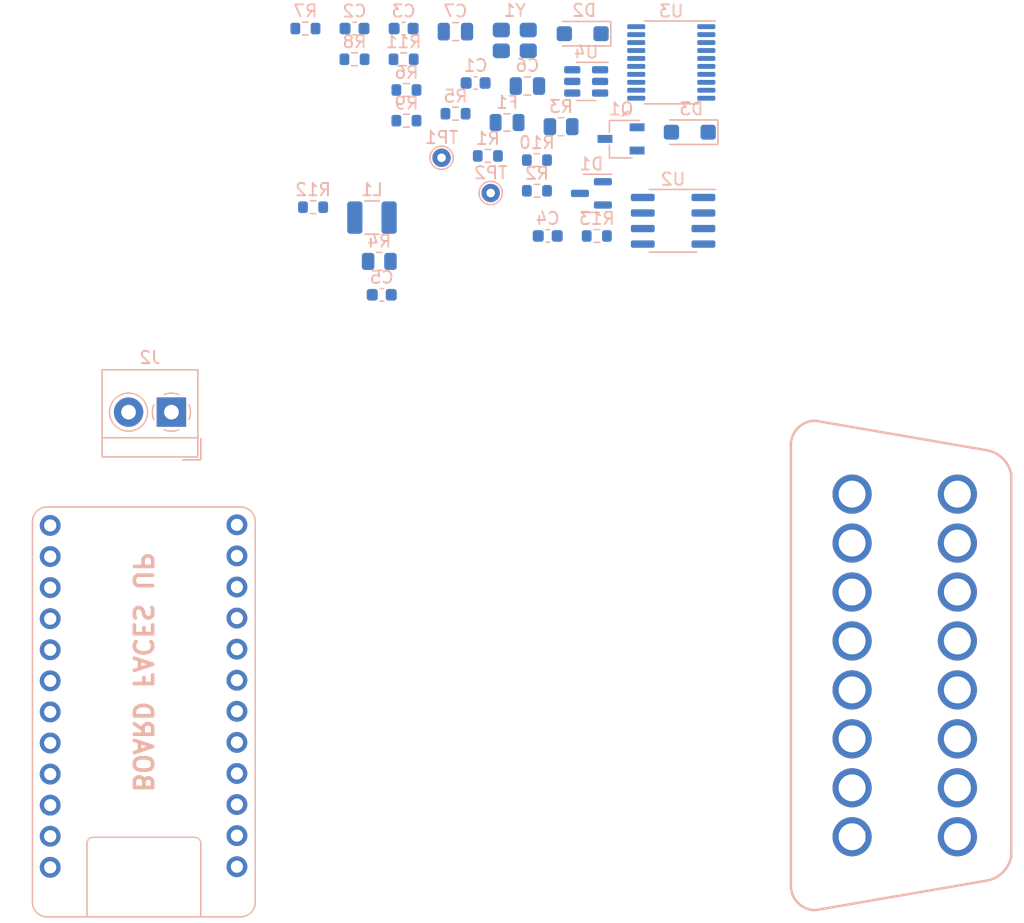
<source format=kicad_pcb>
(kicad_pcb (version 20210925) (generator pcbnew)
  (title_block (title "OBD to AHU") (date "2021-10-15") (rev "0.1") (company "Josh Johnson"))
  (layers (0 "F.Cu" signal) (31 "B.Cu" signal) (34 "B.Paste" user) (35 "F.Paste" user) (36 "B.SilkS" user "B.Silkscreen") (37 "F.SilkS" user "F.Silkscreen") (38 "B.Mask" user) (39 "F.Mask" user) (44 "Edge.Cuts" user))
  (net 0 "")
  (net 1 "+5V")
  (net 2 "GND")
  (net 3 "Net-(C3-Pad1)")
  (net 4 "Net-(C4-Pad1)")
  (net 5 "Net-(C5-Pad1)")
  (net 6 "Net-(C5-Pad2)")
  (net 7 "+12V")
  (net 8 "/CAN_H")
  (net 9 "/CAN_L")
  (net 10 "Net-(D2-Pad2)")
  (net 11 "Net-(F1-Pad1)")
  (net 12 "/LS+")
  (net 14 "/MS+")
  (net 15 "Net-(J1-Pad4)")
  (net 16 "Net-(J1-Pad5)")
  (net 17 "/HS+")
  (net 22 "/MS-")
  (net 25 "/HS-")
  (net 27 "/REMOTE")
  (net 28 "Net-(Q1-Pad3)")
  (net 29 "Net-(R8-Pad1)")
  (net 30 "Net-(R10-Pad2)")
  (net 31 "Net-(R11-Pad2)")
  (net 35 "/CAN_~{INT}")
  (net 41 "/CAN_MOSI")
  (net 46 "/CAN_~{CS}")
  (net 47 "/CAN_MISO")
  (net 48 "/CAN_SCK")
  (net 50 "/CAN_~{RST}")
  (net 51 "Net-(U2-Pad1)")
  (net 52 "Net-(U2-Pad4)")
  (net 62 "Net-(R10-Pad1)")
  (net 63 "/AHU")
  (footprint "Resistor_SMD:R_0603_1608Metric" (layer "B.Cu") (at 59.971428 75.85 180)
    (fp_text reference "R12" (at 0 1.43) (layer "B.SilkS") (effects (justify mirror)))
    (fp_text value "1K")
    (fp_line (start -0.237258 -0.5225) (end 0.237258 -0.5225) (layer "B.SilkS") (width 0.12))
    (fp_line (start -0.237258 0.5225) (end 0.237258 0.5225) (layer "B.SilkS") (width 0.12))
    (pad "1" smd roundrect locked (at -0.825 0 180) (size 0.8 0.95) (layers "B.Cu" "B.Paste" "B.Mask") (net 63 "/AHU"))
    (pad "2" smd roundrect locked (at 0.825 0 180) (size 0.8 0.95) (layers "B.Cu" "B.Paste" "B.Mask") (net 28 "Net-(Q1-Pad3)"))
  )
  (footprint "Capacitor_SMD:C_0603_1608Metric" (layer "B.Cu") (at 65.581428 83.01 180)
    (fp_text reference "C5" (at 0 1.43) (layer "B.SilkS") (effects (justify mirror)))
    (fp_text value "100n")
    (fp_line (start -0.14058 0.51) (end 0.14058 0.51) (layer "B.SilkS") (width 0.12))
    (fp_line (start -0.14058 -0.51) (end 0.14058 -0.51) (layer "B.SilkS") (width 0.12))
    (pad "1" smd roundrect locked (at -0.775 0 180) (size 0.9 0.95) (layers "B.Cu" "B.Paste" "B.Mask") (net 5 "Net-(C5-Pad1)"))
    (pad "2" smd roundrect locked (at 0.775 0 180) (size 0.9 0.95) (layers "B.Cu" "B.Paste" "B.Mask") (net 6 "Net-(C5-Pad2)"))
  )
  (footprint "TestPoint:TestPoint_THTPad_D1.5mm_Drill0.7mm" (layer "B.Cu") (at 70.467618 71.81 180)
    (fp_text reference "TP1" (at 0 1.648) (layer "B.SilkS") (effects (justify mirror)))
    (fp_text value "CAN_H")
    (fp_circle (center 0 0) (end 0 -0.95) (layer "B.SilkS") (width 0.12) (fill none))
    (pad "1" thru_hole circle locked (at 0 0 180) (size 1.5 1.5) (drill 0.7) (layers *.Cu *.Mask) (net 8 "/CAN_H"))
  )
  (footprint "Capacitor_SMD:C_0603_1608Metric" (layer "B.Cu") (at 63.357618 61.25 180)
    (fp_text reference "C2" (at 0 1.43) (layer "B.SilkS") (effects (justify mirror)))
    (fp_text value "100n")
    (fp_line (start -0.14058 -0.51) (end 0.14058 -0.51) (layer "B.SilkS") (width 0.12))
    (fp_line (start -0.14058 0.51) (end 0.14058 0.51) (layer "B.SilkS") (width 0.12))
    (pad "1" smd roundrect locked (at -0.775 0 180) (size 0.9 0.95) (layers "B.Cu" "B.Paste" "B.Mask") (net 1 "+5V"))
    (pad "2" smd roundrect locked (at 0.775 0 180) (size 0.9 0.95) (layers "B.Cu" "B.Paste" "B.Mask") (net 2 "GND"))
  )
  (footprint "Resistor_SMD:R_0603_1608Metric" (layer "B.Cu") (at 59.347618 61.25 180)
    (fp_text reference "R7" (at 0 1.43) (layer "B.SilkS") (effects (justify mirror)))
    (fp_text value "0R")
    (fp_line (start -0.237258 -0.5225) (end 0.237258 -0.5225) (layer "B.SilkS") (width 0.12))
    (fp_line (start -0.237258 0.5225) (end 0.237258 0.5225) (layer "B.SilkS") (width 0.12))
    (pad "1" smd roundrect locked (at -0.825 0 180) (size 0.8 0.95) (layers "B.Cu" "B.Paste" "B.Mask") (net 22 "/MS-"))
    (pad "2" smd roundrect locked (at 0.825 0 180) (size 0.8 0.95) (layers "B.Cu" "B.Paste" "B.Mask") (net 9 "/CAN_L"))
  )
  (footprint "josh-oscillators:Crystal_SMD_3225-4Pin_3.2x2.5mm" (layer "B.Cu") (at 76.447618 62.22 180)
    (fp_text reference "Y1" (at 0 2.45) (layer "B.SilkS") (effects (justify mirror)))
    (fp_text value "16MHz")
    (pad "1" smd roundrect locked (at -1.1 -0.85 180) (size 1.4 1.2) (layers "B.Cu" "B.Paste" "B.Mask") (net 3 "Net-(C3-Pad1)"))
    (pad "2" smd roundrect locked (at 1.1 -0.85 180) (size 1.4 1.2) (layers "B.Cu" "B.Paste" "B.Mask") (net 2 "GND"))
    (pad "3" smd roundrect locked (at 1.1 0.85 180) (size 1.4 1.2) (layers "B.Cu" "B.Paste" "B.Mask") (net 4 "Net-(C4-Pad1)"))
    (pad "4" smd roundrect locked (at -1.1 0.85 180) (size 1.4 1.2) (layers "B.Cu" "B.Paste" "B.Mask") (net 2 "GND"))
  )
  (footprint "Resistor_SMD:R_0603_1608Metric" (layer "B.Cu") (at 71.607618 68.21 180)
    (fp_text reference "R5" (at 0 1.43) (layer "B.SilkS") (effects (justify mirror)))
    (fp_text value "0R")
    (fp_line (start -0.237258 -0.5225) (end 0.237258 -0.5225) (layer "B.SilkS") (width 0.12))
    (fp_line (start -0.237258 0.5225) (end 0.237258 0.5225) (layer "B.SilkS") (width 0.12))
    (pad "1" smd roundrect locked (at -0.825 0 180) (size 0.8 0.95) (layers "B.Cu" "B.Paste" "B.Mask") (net 2 "GND"))
    (pad "2" smd roundrect locked (at 0.825 0 180) (size 0.8 0.95) (layers "B.Cu" "B.Paste" "B.Mask") (net 9 "/CAN_L"))
  )
  (footprint "Resistor_SMD:R_0603_1608Metric" (layer "B.Cu") (at 67.597618 66.27 180)
    (fp_text reference "R6" (at 0 1.43) (layer "B.SilkS") (effects (justify mirror)))
    (fp_text value "0R")
    (fp_line (start -0.237258 0.5225) (end 0.237258 0.5225) (layer "B.SilkS") (width 0.12))
    (fp_line (start -0.237258 -0.5225) (end 0.237258 -0.5225) (layer "B.SilkS") (width 0.12))
    (pad "1" smd roundrect locked (at -0.825 0 180) (size 0.8 0.95) (layers "B.Cu" "B.Paste" "B.Mask") (net 17 "/HS+"))
    (pad "2" smd roundrect locked (at 0.825 0 180) (size 0.8 0.95) (layers "B.Cu" "B.Paste" "B.Mask") (net 8 "/CAN_H"))
  )
  (footprint "Resistor_SMD:R_0805_2012Metric" (layer "B.Cu") (at 65.381428 80.28 180)
    (fp_text reference "R4" (at 0 1.65) (layer "B.SilkS") (effects (justify mirror)))
    (fp_text value "0R")
    (fp_line (start -0.227064 -0.735) (end 0.227064 -0.735) (layer "B.SilkS") (width 0.12))
    (fp_line (start -0.227064 0.735) (end 0.227064 0.735) (layer "B.SilkS") (width 0.12))
    (pad "1" smd roundrect locked (at -0.9125 0 180) (size 1.025 1.4) (layers "B.Cu" "B.Paste" "B.Mask") (roundrect_rratio 0.243902) (net 16 "Net-(J1-Pad5)"))
    (pad "2" smd roundrect locked (at 0.9125 0 180) (size 1.025 1.4) (layers "B.Cu" "B.Paste" "B.Mask") (roundrect_rratio 0.243902) (net 2 "GND"))
  )
  (footprint "josh-passives-smt:Fuse_0805_2012Metric" (layer "B.Cu") (at 75.817618 68.93 180)
    (fp_text reference "F1" (at 0 1.65) (layer "B.SilkS") (effects (justify mirror)))
    (fp_text value "500mA")
    (fp_line (start -0.258578 -0.71) (end 0.258578 -0.71) (layer "B.SilkS") (width 0.12))
    (fp_line (start -0.258578 0.71) (end 0.258578 0.71) (layer "B.SilkS") (width 0.12))
    (pad "1" smd roundrect (at -0.9375 0 180) (size 0.975 1.4) (layers "B.Cu" "B.Paste" "B.Mask") (net 11 "Net-(F1-Pad1)"))
    (pad "2" smd roundrect (at 0.9375 0 180) (size 0.975 1.4) (layers "B.Cu" "B.Paste" "B.Mask") (net 10 "Net-(D2-Pad2)"))
  )
  (footprint "Inductor_SMD:L_1210_3225Metric" (layer "B.Cu") (at 64.781428 76.7 180)
    (fp_text reference "L1" (at 0 2.28) (layer "B.SilkS") (effects (justify mirror)))
    (fp_text value "10u")
    (fp_line (start -0.602064 -1.36) (end 0.602064 -1.36) (layer "B.SilkS") (width 0.12))
    (fp_line (start -0.602064 1.36) (end 0.602064 1.36) (layer "B.SilkS") (width 0.12))
    (pad "1" smd roundrect locked (at -1.4 0 180) (size 1.25 2.65) (layers "B.Cu" "B.Paste" "B.Mask") (roundrect_rratio 0.2) (net 6 "Net-(C5-Pad2)"))
    (pad "2" smd roundrect locked (at 1.4 0 180) (size 1.25 2.65) (layers "B.Cu" "B.Paste" "B.Mask") (roundrect_rratio 0.2) (net 1 "+5V"))
  )
  (footprint "Resistor_SMD:R_0805_2012Metric" (layer "B.Cu") (at 80.227618 69.27 180)
    (fp_text reference "R3" (at 0 1.65) (layer "B.SilkS") (effects (justify mirror)))
    (fp_text value "0R")
    (fp_line (start -0.227064 0.735) (end 0.227064 0.735) (layer "B.SilkS") (width 0.12))
    (fp_line (start -0.227064 -0.735) (end 0.227064 -0.735) (layer "B.SilkS") (width 0.12))
    (pad "1" smd roundrect locked (at -0.9125 0 180) (size 1.025 1.4) (layers "B.Cu" "B.Paste" "B.Mask") (roundrect_rratio 0.243902) (net 15 "Net-(J1-Pad4)"))
    (pad "2" smd roundrect locked (at 0.9125 0 180) (size 1.025 1.4) (layers "B.Cu" "B.Paste" "B.Mask") (roundrect_rratio 0.243902) (net 2 "GND"))
  )
  (footprint "Resistor_SMD:R_0603_1608Metric" (layer "B.Cu") (at 67.367618 63.76 180)
    (fp_text reference "R11" (at 0 1.43) (layer "B.SilkS") (effects (justify mirror)))
    (fp_text value "54k9")
    (fp_line (start -0.237258 0.5225) (end 0.237258 0.5225) (layer "B.SilkS") (width 0.12))
    (fp_line (start -0.237258 -0.5225) (end 0.237258 -0.5225) (layer "B.SilkS") (width 0.12))
    (pad "1" smd roundrect locked (at -0.825 0 180) (size 0.8 0.95) (layers "B.Cu" "B.Paste" "B.Mask") (net 1 "+5V"))
    (pad "2" smd roundrect locked (at 0.825 0 180) (size 0.8 0.95) (layers "B.Cu" "B.Paste" "B.Mask") (net 31 "Net-(R11-Pad2)"))
  )
  (footprint "Capacitor_SMD:C_0805_2012Metric" (layer "B.Cu") (at 77.477618 65.95 180)
    (fp_text reference "C6" (at 0 1.68) (layer "B.SilkS") (effects (justify mirror)))
    (fp_text value "2u2")
    (fp_line (start -0.261252 -0.735) (end 0.261252 -0.735) (layer "B.SilkS") (width 0.12))
    (fp_line (start -0.261252 0.735) (end 0.261252 0.735) (layer "B.SilkS") (width 0.12))
    (pad "1" smd roundrect locked (at -0.95 0 180) (size 1 1.45) (layers "B.Cu" "B.Paste" "B.Mask") (net 7 "+12V"))
    (pad "2" smd roundrect locked (at 0.95 0 180) (size 1 1.45) (layers "B.Cu" "B.Paste" "B.Mask") (net 2 "GND"))
  )
  (footprint "Package_SO:SOIC-8_3.9x4.9mm_P1.27mm" (layer "B.Cu") (at 89.377618 76.96 180)
    (fp_text reference "U2" (at 0 3.4) (layer "B.SilkS") (effects (justify mirror)))
    (fp_text value "MCP2551-I-SN")
    (fp_line (start 0 -2.56) (end -1.95 -2.56) (layer "B.SilkS") (width 0.12))
    (fp_line (start 0 -2.56) (end 1.95 -2.56) (layer "B.SilkS") (width 0.12))
    (fp_line (start 0 2.56) (end -3.45 2.56) (layer "B.SilkS") (width 0.12))
    (fp_line (start 0 2.56) (end 1.95 2.56) (layer "B.SilkS") (width 0.12))
    (pad "1" smd roundrect locked (at -2.475 1.905 180) (size 1.95 0.6) (layers "B.Cu" "B.Paste" "B.Mask") (net 51 "Net-(U2-Pad1)"))
    (pad "2" smd roundrect locked (at -2.475 0.635 180) (size 1.95 0.6) (layers "B.Cu" "B.Paste" "B.Mask") (net 2 "GND"))
    (pad "3" smd roundrect locked (at -2.475 -0.635 180) (size 1.95 0.6) (layers "B.Cu" "B.Paste" "B.Mask") (net 1 "+5V"))
    (pad "4" smd roundrect locked (at -2.475 -1.905 180) (size 1.95 0.6) (layers "B.Cu" "B.Paste" "B.Mask") (net 52 "Net-(U2-Pad4)"))
    (pad "5" smd roundrect locked (at 2.475 -1.905 180) (size 1.95 0.6) (layers "B.Cu" "B.Paste" "B.Mask"))
    (pad "6" smd roundrect locked (at 2.475 -0.635 180) (size 1.95 0.6) (layers "B.Cu" "B.Paste" "B.Mask") (net 9 "/CAN_L"))
    (pad "7" smd roundrect locked (at 2.475 0.635 180) (size 1.95 0.6) (layers "B.Cu" "B.Paste" "B.Mask") (net 8 "/CAN_H"))
    (pad "8" smd roundrect locked (at 2.475 1.905 180) (size 1.95 0.6) (layers "B.Cu" "B.Paste" "B.Mask") (net 29 "Net-(R8-Pad1)"))
  )
  (footprint "Package_TO_SOT_SMD:SOT-23" (layer "B.Cu") (at 82.707618 74.72 180)
    (fp_text reference "D1" (at 0 2.4) (layer "B.SilkS") (effects (justify mirror)))
    (fp_text value "ESDCAN24")
    (fp_line (start 0 -1.56) (end -0.65 -1.56) (layer "B.SilkS") (width 0.12))
    (fp_line (start 0 -1.56) (end 0.65 -1.56) (layer "B.SilkS") (width 0.12))
    (fp_line (start 0 1.56) (end 0.65 1.56) (layer "B.SilkS") (width 0.12))
    (fp_line (start 0 1.56) (end -1.675 1.56) (layer "B.SilkS") (width 0.12))
    (pad "1" smd roundrect locked (at -0.9375 0.95 180) (size 1.475 0.6) (layers "B.Cu" "B.Paste" "B.Mask") (net 8 "/CAN_H"))
    (pad "2" smd roundrect locked (at -0.9375 -0.95 180) (size 1.475 0.6) (layers "B.Cu" "B.Paste" "B.Mask") (net 9 "/CAN_L"))
    (pad "3" smd roundrect locked (at 0.9375 0 180) (size 1.475 0.6) (layers "B.Cu" "B.Paste" "B.Mask") (net 2 "GND"))
  )
  (footprint "Capacitor_SMD:C_0603_1608Metric" (layer "B.Cu") (at 73.247618 65.7 180)
    (fp_text reference "C1" (at 0 1.43) (layer "B.SilkS") (effects (justify mirror)))
    (fp_text value "100n")
    (fp_line (start -0.14058 -0.51) (end 0.14058 -0.51) (layer "B.SilkS") (width 0.12))
    (fp_line (start -0.14058 0.51) (end 0.14058 0.51) (layer "B.SilkS") (width 0.12))
    (pad "1" smd roundrect locked (at -0.775 0 180) (size 0.9 0.95) (layers "B.Cu" "B.Paste" "B.Mask") (net 1 "+5V"))
    (pad "2" smd roundrect locked (at 0.775 0 180) (size 0.9 0.95) (layers "B.Cu" "B.Paste" "B.Mask") (net 2 "GND"))
  )
  (footprint "TerminalBlock_4Ucon:TerminalBlock_4Ucon_1x02_P3.50mm_Horizontal" (layer "B.Cu") (at 48.4 92.6 180)
    (fp_text reference "J2" (at 1.75 4.46) (layer "B.SilkS") (effects (justify mirror)))
    (fp_text value "ACC/REMOTE")
    (fp_line (start 5.66 3.46) (end 5.66 -3.66) (layer "B.SilkS") (width 0.12))
    (fp_line (start -2.16 -3.66) (end 5.66 -3.66) (layer "B.SilkS") (width 0.12))
    (fp_line (start -2.16 3.46) (end 5.66 3.46) (layer "B.SilkS") (width 0.12))
    (fp_line (start -2.16 3.46) (end -2.16 -3.66) (layer "B.SilkS") (width 0.12))
    (fp_line (start -2.4 -2.16) (end -2.4 -3.9) (layer "B.SilkS") (width 0.12))
    (fp_line (start -2.4 -3.9) (end -0.9 -3.9) (layer "B.SilkS") (width 0.12))
    (fp_line (start -2.16 -2.1) (end 5.66 -2.1) (layer "B.SilkS") (width 0.12))
    (fp_arc (start 0 0) (end 0.608 1.432) (angle 46) (layer "B.SilkS") (width 0.12))
    (fp_arc (start 0 0) (end 0 -1.555) (angle 23) (layer "B.SilkS") (width 0.12))
    (fp_arc (start 0 0) (end 1.432 -0.608) (angle 46) (layer "B.SilkS") (width 0.12))
    (fp_arc (start 0 0) (end -0.608 -1.432) (angle 24) (layer "B.SilkS") (width 0.12))
    (fp_arc (start 0 0) (end -1.432 0.608) (angle 46) (layer "B.SilkS") (width 0.12))
    (fp_circle (center 3.5 0) (end 5.055 0) (layer "B.SilkS") (width 0.12) (fill none))
    (pad "1" thru_hole rect locked (at 0 0 180) (size 2.4 2.4) (drill 1.2) (layers *.Cu *.Mask) (net 62 "Net-(R10-Pad1)"))
    (pad "2" thru_hole circle locked (at 3.5 0 180) (size 2.4 2.4) (drill 1.2) (layers *.Cu *.Mask) (net 63 "/AHU"))
  )
  (footprint "Package_TO_SOT_SMD:TSOT-23" (layer "B.Cu") (at 85.127618 70.27 180)
    (fp_text reference "Q1" (at 0 2.45) (layer "B.SilkS") (effects (justify mirror)))
    (fp_text value "DTC123J")
    (fp_line (start 0.95 -0.5) (end 0.95 -1.55) (layer "B.SilkS") (width 0.12))
    (fp_line (start 0.95 1.5) (end 0.95 0.5) (layer "B.SilkS") (width 0.12))
    (fp_line (start 0.95 -1.55) (end -0.9 -1.55) (layer "B.SilkS") (width 0.12))
    (fp_line (start 0.93 1.51) (end -1.5 1.51) (layer "B.SilkS") (width 0.12))
    (pad "1" smd rect locked (at -1.31 0.95 180) (size 1.22 0.65) (layers "B.Cu" "B.Paste" "B.Mask") (net 27 "/REMOTE"))
    (pad "2" smd rect locked (at -1.31 -0.95 180) (size 1.22 0.65) (layers "B.Cu" "B.Paste" "B.Mask") (net 2 "GND"))
    (pad "3" smd rect locked (at 1.31 0 180) (size 1.22 0.65) (layers "B.Cu" "B.Paste" "B.Mask") (net 28 "Net-(Q1-Pad3)"))
  )
  (footprint "josh-passives-smt:D_SOD-123FL" (layer "B.Cu") (at 81.992618 61.67 180)
    (fp_text reference "D2" (at -0.127 1.905) (layer "B.SilkS") (effects (justify mirror)))
    (fp_text value "MBR120")
    (fp_line (start -2.3 1) (end 1.65 1) (layer "B.SilkS") (width 0.12))
    (fp_line (start -2.3 -1) (end 1.65 -1) (layer "B.SilkS") (width 0.12))
    (fp_line (start -2.3 1) (end -2.3 -1) (layer "B.SilkS") (width 0.12))
    (pad "1" smd roundrect locked (at -1.5 0 180) (size 1.25 1.22) (layers "B.Cu" "B.Paste" "B.Mask") (roundrect_rratio 0.2) (net 7 "+12V"))
    (pad "2" smd roundrect locked (at 1.5 0 180) (size 1.25 1.22) (layers "B.Cu" "B.Paste" "B.Mask") (roundrect_rratio 0.2) (net 10 "Net-(D2-Pad2)"))
  )
  (footprint "Capacitor_SMD:C_0603_1608Metric" (layer "B.Cu") (at 79.137618 78.2 180)
    (fp_text reference "C4" (at 0 1.43) (layer "B.SilkS") (effects (justify mirror)))
    (fp_text value "15p")
    (fp_line (start -0.14058 -0.51) (end 0.14058 -0.51) (layer "B.SilkS") (width 0.12))
    (fp_line (start -0.14058 0.51) (end 0.14058 0.51) (layer "B.SilkS") (width 0.12))
    (pad "1" smd roundrect locked (at -0.775 0 180) (size 0.9 0.95) (layers "B.Cu" "B.Paste" "B.Mask") (net 4 "Net-(C4-Pad1)"))
    (pad "2" smd roundrect locked (at 0.775 0 180) (size 0.9 0.95) (layers "B.Cu" "B.Paste" "B.Mask") (net 2 "GND"))
  )
  (footprint "Resistor_SMD:R_0603_1608Metric" (layer "B.Cu") (at 83.147618 78.2 180)
    (fp_text reference "R13" (at 0 1.43) (layer "B.SilkS") (effects (justify mirror)))
    (fp_text value "10k")
    (fp_line (start -0.237258 0.5225) (end 0.237258 0.5225) (layer "B.SilkS") (width 0.12))
    (fp_line (start -0.237258 -0.5225) (end 0.237258 -0.5225) (layer "B.SilkS") (width 0.12))
    (pad "1" smd roundrect locked (at -0.825 0 180) (size 0.8 0.95) (layers "B.Cu" "B.Paste" "B.Mask") (net 31 "Net-(R11-Pad2)"))
    (pad "2" smd roundrect locked (at 0.825 0 180) (size 0.8 0.95) (layers "B.Cu" "B.Paste" "B.Mask") (net 2 "GND"))
  )
  (footprint "josh-module:Arduino_Pro_Micro" (layer "B.Cu") (at 38.5 129.8)
    (fp_text reference "U1" hide)
    (fp_text value "Sea-Micro")
    (fp_text user "BOARD FACES UP" (at 7.55 -15.95 -90 unlocked) (layer "B.SilkS") (effects (font (size 1.5 1.5) (thickness 0.3)) (justify mirror)))
    (fp_line (start -0.25 -29.45) (end 15.55 -29.45) (layer "B.SilkS") (width 0.12))
    (fp_line (start 3 4.05) (end 3 -1.95) (layer "B.SilkS") (width 0.12))
    (fp_line (start 12.3 4.05) (end 12.3 -1.95) (layer "B.SilkS") (width 0.12))
    (fp_line (start -0.25 4.05) (end 15.55 4.05) (layer "B.SilkS") (width 0.12))
    (fp_line (start -1.45 -28.25) (end -1.45 2.85) (layer "B.SilkS") (width 0.12))
    (fp_line (start 3.5 -2.45) (end 11.8 -2.45) (layer "B.SilkS") (width 0.12))
    (fp_line (start 16.75 -28.25) (end 16.75 2.85) (layer "B.SilkS") (width 0.12))
    (fp_arc (start -0.25 2.85) (end -0.25 4.05) (angle 90) (layer "B.SilkS") (width 0.12))
    (fp_arc (start 3.5 -1.95) (end 3 -1.95) (angle 90) (layer "B.SilkS") (width 0.12))
    (fp_arc (start 11.8 -1.95) (end 11.8 -2.45) (angle 90) (layer "B.SilkS") (width 0.12))
    (fp_arc (start 15.55 -28.25) (end 15.55 -29.45) (angle 90) (layer "B.SilkS") (width 0.12))
    (fp_arc (start -0.25 -28.25) (end -1.45 -28.25) (angle 90) (layer "B.SilkS") (width 0.12))
    (fp_arc (start 15.55 2.85) (end 16.75 2.85) (angle 90) (layer "B.SilkS") (width 0.12))
    (pad "1" thru_hole circle locked (at 0 0) (size 1.7 1.7) (drill 1) (layers *.Cu *.Mask))
    (pad "2" thru_hole circle locked (at 0 -2.54) (size 1.7 1.7) (drill 1) (layers *.Cu *.Mask))
    (pad "3" thru_hole circle locked (at 0 -5.08) (size 1.7 1.7) (drill 1) (layers *.Cu *.Mask) (net 2 "GND"))
    (pad "4" thru_hole circle locked (at 0 -7.62) (size 1.7 1.7) (drill 1) (layers *.Cu *.Mask) (net 2 "GND"))
    (pad "5" thru_hole circle locked (at 0 -10.16) (size 1.7 1.7) (drill 1) (layers *.Cu *.Mask))
    (pad "6" thru_hole circle locked (at 0 -12.7) (size 1.7 1.7) (drill 1) (layers *.Cu *.Mask) (net 35 "/CAN_~{INT}"))
    (pad "7" thru_hole circle locked (at 0 -15.24) (size 1.7 1.7) (drill 1) (layers *.Cu *.Mask))
    (pad "8" thru_hole circle locked (at 0 -17.78) (size 1.7 1.7) (drill 1) (layers *.Cu *.Mask))
    (pad "9" thru_hole circle locked (at 0 -20.32) (size 1.7 1.7) (drill 1) (layers *.Cu *.Mask))
    (pad "10" thru_hole circle locked (at 0 -22.86) (size 1.7 1.7) (drill 1) (layers *.Cu *.Mask))
    (pad "11" thru_hole circle locked (at 0 -25.4) (size 1.7 1.7) (drill 1) (layers *.Cu *.Mask))
    (pad "12" thru_hole circle locked (at 0 -27.94) (size 1.7 1.7) (drill 1) (layers *.Cu *.Mask) (net 27 "/REMOTE"))
    (pad "13" thru_hole circle locked (at 15.25 -27.99) (size 1.7 1.7) (drill 1) (layers *.Cu *.Mask) (net 46 "/CAN_~{CS}"))
    (pad "14" thru_hole circle locked (at 15.25 -25.45) (size 1.7 1.7) (drill 1) (layers *.Cu *.Mask) (net 41 "/CAN_MOSI"))
    (pad "15" thru_hole circle locked (at 15.25 -22.91) (size 1.7 1.7) (drill 1) (layers *.Cu *.Mask) (net 47 "/CAN_MISO"))
    (pad "16" thru_hole circle locked (at 15.25 -20.37) (size 1.7 1.7) (drill 1) (layers *.Cu *.Mask) (net 48 "/CAN_SCK"))
    (pad "17" thru_hole circle locked (at 15.25 -17.83) (size 1.7 1.7) (drill 1) (layers *.Cu *.Mask))
    (pad "18" thru_hole circle locked (at 15.25 -15.29) (size 1.7 1.7) (drill 1) (layers *.Cu *.Mask))
    (pad "19" thru_hole circle locked (at 15.25 -12.75) (size 1.7 1.7) (drill 1) (layers *.Cu *.Mask))
    (pad "20" thru_hole circle locked (at 15.25 -10.21) (size 1.7 1.7) (drill 1) (layers *.Cu *.Mask))
    (pad "21" thru_hole circle locked (at 15.25 -7.67) (size 1.7 1.7) (drill 1) (layers *.Cu *.Mask))
    (pad "22" thru_hole circle locked (at 15.25 -5.13) (size 1.7 1.7) (drill 1) (layers *.Cu *.Mask) (net 50 "/CAN_~{RST}"))
    (pad "23" thru_hole circle locked (at 15.25 -2.59) (size 1.7 1.7) (drill 1) (layers *.Cu *.Mask) (net 2 "GND"))
    (pad "24" thru_hole circle locked (at 15.25 -0.05) (size 1.7 1.7) (drill 1) (layers *.Cu *.Mask) (net 1 "+5V"))
  )
  (footprint "Resistor_SMD:R_0603_1608Metric" (layer "B.Cu") (at 67.597618 68.78 180)
    (fp_text reference "R9" (at 0 1.43) (layer "B.SilkS") (effects (justify mirror)))
    (fp_text value "0R")
    (fp_line (start -0.237258 0.5225) (end 0.237258 0.5225) (layer "B.SilkS") (width 0.12))
    (fp_line (start -0.237258 -0.5225) (end 0.237258 -0.5225) (layer "B.SilkS") (width 0.12))
    (pad "1" smd roundrect locked (at -0.825 0 180) (size 0.8 0.95) (layers "B.Cu" "B.Paste" "B.Mask") (net 25 "/HS-"))
    (pad "2" smd roundrect locked (at 0.825 0 180) (size 0.8 0.95) (layers "B.Cu" "B.Paste" "B.Mask") (net 9 "/CAN_L"))
  )
  (footprint "TestPoint:TestPoint_THTPad_D1.5mm_Drill0.7mm" (layer "B.Cu") (at 74.477618 74.69 180)
    (fp_text reference "TP2" (at 0 1.648) (layer "B.SilkS") (effects (justify mirror)))
    (fp_text value "CAN_L")
    (fp_circle (center 0 0) (end 0 -0.95) (layer "B.SilkS") (width 0.12) (fill none))
    (pad "1" thru_hole circle locked (at 0 0 180) (size 1.5 1.5) (drill 0.7) (layers *.Cu *.Mask) (net 9 "/CAN_L"))
  )
  (footprint "Resistor_SMD:R_0603_1608Metric" (layer "B.Cu") (at 63.357618 63.76 180)
    (fp_text reference "R8" (at 0 1.43) (layer "B.SilkS") (effects (justify mirror)))
    (fp_text value "5K1")
    (fp_line (start -0.237258 -0.5225) (end 0.237258 -0.5225) (layer "B.SilkS") (width 0.12))
    (fp_line (start -0.237258 0.5225) (end 0.237258 0.5225) (layer "B.SilkS") (width 0.12))
    (pad "1" smd roundrect locked (at -0.825 0 180) (size 0.8 0.95) (layers "B.Cu" "B.Paste" "B.Mask") (net 29 "Net-(R8-Pad1)"))
    (pad "2" smd roundrect locked (at 0.825 0 180) (size 0.8 0.95) (layers "B.Cu" "B.Paste" "B.Mask") (net 2 "GND"))
  )
  (footprint "Package_TO_SOT_SMD:TSOT-23-6" (layer "B.Cu") (at 82.277618 65.57 180)
    (fp_text reference "U4" (at 0 2.4) (layer "B.SilkS") (effects (justify mirror)))
    (fp_text value "LV284X")
    (fp_line (start 0 -1.56) (end 0.8 -1.56) (layer "B.SilkS") (width 0.12))
    (fp_line (start 0 1.56) (end 0.8 1.56) (layer "B.SilkS") (width 0.12))
    (fp_line (start 0 -1.56) (end -0.8 -1.56) (layer "B.SilkS") (width 0.12))
    (fp_line (start 0 1.56) (end -1.8 1.56) (layer "B.SilkS") (width 0.12))
    (pad "1" smd roundrect locked (at -1.1375 0.95 180) (size 1.325 0.6) (layers "B.Cu" "B.Paste" "B.Mask") (net 5 "Net-(C5-Pad1)"))
    (pad "2" smd roundrect locked (at -1.1375 0 180) (size 1.325 0.6) (layers "B.Cu" "B.Paste" "B.Mask") (net 2 "GND"))
    (pad "3" smd roundrect locked (at -1.1375 -0.95 180) (size 1.325 0.6) (layers "B.Cu" "B.Paste" "B.Mask") (net 31 "Net-(R11-Pad2)"))
    (pad "4" smd roundrect locked (at 1.1375 -0.95 180) (size 1.325 0.6) (layers "B.Cu" "B.Paste" "B.Mask") (net 30 "Net-(R10-Pad2)"))
    (pad "5" smd roundrect locked (at 1.1375 0 180) (size 1.325 0.6) (layers "B.Cu" "B.Paste" "B.Mask") (net 7 "+12V"))
    (pad "6" smd roundrect locked (at 1.1375 0.95 180) (size 1.325 0.6) (layers "B.Cu" "B.Paste" "B.Mask") (net 6 "Net-(C5-Pad2)"))
  )
  (footprint "josh-passives-smt:D_SOD-123FL" (layer "B.Cu") (at 90.742618 69.72 180)
    (fp_text reference "D3" (at -0.127 1.905) (layer "B.SilkS") (effects (justify mirror)))
    (fp_text value "MBR120")
    (fp_line (start -2.3 -1) (end 1.65 -1) (layer "B.SilkS") (width 0.12))
    (fp_line (start -2.3 1) (end 1.65 1) (layer "B.SilkS") (width 0.12))
    (fp_line (start -2.3 1) (end -2.3 -1) (layer "B.SilkS") (width 0.12))
    (pad "1" smd roundrect locked (at -1.5 0 180) (size 1.25 1.22) (layers "B.Cu" "B.Paste" "B.Mask") (roundrect_rratio 0.2) (net 6 "Net-(C5-Pad2)"))
    (pad "2" smd roundrect locked (at 1.5 0 180) (size 1.25 1.22) (layers "B.Cu" "B.Paste" "B.Mask") (roundrect_rratio 0.2) (net 2 "GND"))
  )
  (footprint "Resistor_SMD:R_0603_1608Metric" (layer "B.Cu") (at 78.257618 72 180)
    (fp_text reference "R10" (at 0 1.43) (layer "B.SilkS") (effects (justify mirror)))
    (fp_text value "100K")
    (fp_line (start -0.237258 -0.5225) (end 0.237258 -0.5225) (layer "B.SilkS") (width 0.12))
    (fp_line (start -0.237258 0.5225) (end 0.237258 0.5225) (layer "B.SilkS") (width 0.12))
    (pad "1" smd roundrect locked (at -0.825 0 180) (size 0.8 0.95) (layers "B.Cu" "B.Paste" "B.Mask") (net 62 "Net-(R10-Pad1)"))
    (pad "2" smd roundrect locked (at 0.825 0 180) (size 0.8 0.95) (layers "B.Cu" "B.Paste" "B.Mask") (net 30 "Net-(R10-Pad2)"))
  )
  (footprint "Capacitor_SMD:C_0805_2012Metric" (layer "B.Cu") (at 71.597618 61.5 180)
    (fp_text reference "C7" (at 0 1.68) (layer "B.SilkS") (effects (justify mirror)))
    (fp_text value "10u")
    (fp_line (start -0.261252 0.735) (end 0.261252 0.735) (layer "B.SilkS") (width 0.12))
    (fp_line (start -0.261252 -0.735) (end 0.261252 -0.735) (layer "B.SilkS") (width 0.12))
    (pad "1" smd roundrect locked (at -0.95 0 180) (size 1 1.45) (layers "B.Cu" "B.Paste" "B.Mask") (net 1 "+5V"))
    (pad "2" smd roundrect locked (at 0.95 0 180) (size 1 1.45) (layers "B.Cu" "B.Paste" "B.Mask") (net 2 "GND"))
  )
  (footprint "Capacitor_SMD:C_0603_1608Metric" (layer "B.Cu") (at 67.367618 61.25 180)
    (fp_text reference "C3" (at 0 1.43) (layer "B.SilkS") (effects (justify mirror)))
    (fp_text value "15p")
    (fp_line (start -0.14058 -0.51) (end 0.14058 -0.51) (layer "B.SilkS") (width 0.12))
    (fp_line (start -0.14058 0.51) (end 0.14058 0.51) (layer "B.SilkS") (width 0.12))
    (pad "1" smd roundrect locked (at -0.775 0 180) (size 0.9 0.95) (layers "B.Cu" "B.Paste" "B.Mask") (net 3 "Net-(C3-Pad1)"))
    (pad "2" smd roundrect locked (at 0.775 0 180) (size 0.9 0.95) (layers "B.Cu" "B.Paste" "B.Mask") (net 2 "GND"))
  )
  (footprint "Package_SO:TSSOP-20_4.4x6.5mm_P0.65mm" (layer "B.Cu") (at 89.227618 64.02 180)
    (fp_text reference "U3" (at 0 4.2) (layer "B.SilkS") (effects (justify mirror)))
    (fp_text value "MCP2515-xST")
    (fp_line (start 0 -3.385) (end -2.2 -3.385) (layer "B.SilkS") (width 0.12))
    (fp_line (start 0 3.385) (end -3.6 3.385) (layer "B.SilkS") (width 0.12))
    (fp_line (start 0 -3.385) (end 2.2 -3.385) (layer "B.SilkS") (width 0.12))
    (fp_line (start 0 3.385) (end 2.2 3.385) (layer "B.SilkS") (width 0.12))
    (pad "1" smd roundrect locked (at -2.8625 2.925 180) (size 1.475 0.4) (layers "B.Cu" "B.Paste" "B.Mask") (net 51 "Net-(U2-Pad1)"))
    (pad "2" smd roundrect locked (at -2.8625 2.275 180) (size 1.475 0.4) (layers "B.Cu" "B.Paste" "B.Mask") (net 52 "Net-(U2-Pad4)"))
    (pad "3" smd roundrect locked (at -2.8625 1.625 180) (size 1.475 0.4) (layers "B.Cu" "B.Paste" "B.Mask"))
    (pad "4" smd roundrect locked (at -2.8625 0.975 180) (size 1.475 0.4) (layers "B.Cu" "B.Paste" "B.Mask"))
    (pad "5" smd roundrect locked (at -2.8625 0.325 180) (size 1.475 0.4) (layers "B.Cu" "B.Paste" "B.Mask"))
    (pad "6" smd roundrect locked (at -2.8625 -0.325 180) (size 1.475 0.4) (layers "B.Cu" "B.Paste" "B.Mask"))
    (pad "7" smd roundrect locked (at -2.8625 -0.975 180) (size 1.475 0.4) (layers "B.Cu" "B.Paste" "B.Mask"))
    (pad "8" smd roundrect locked (at -2.8625 -1.625 180) (size 1.475 0.4) (layers "B.Cu" "B.Paste" "B.Mask") (net 3 "Net-(C3-Pad1)"))
    (pad "9" smd roundrect locked (at -2.8625 -2.275 180) (size 1.475 0.4) (layers "B.Cu" "B.Paste" "B.Mask") (net 4 "Net-(C4-Pad1)"))
    (pad "10" smd roundrect locked (at -2.8625 -2.925 180) (size 1.475 0.4) (layers "B.Cu" "B.Paste" "B.Mask") (net 2 "GND"))
    (pad "11" smd roundrect locked (at 2.8625 -2.925 180) (size 1.475 0.4) (layers "B.Cu" "B.Paste" "B.Mask"))
    (pad "12" smd roundrect locked (at 2.8625 -2.275 180) (size 1.475 0.4) (layers "B.Cu" "B.Paste" "B.Mask"))
    (pad "13" smd roundrect locked (at 2.8625 -1.625 180) (size 1.475 0.4) (layers "B.Cu" "B.Paste" "B.Mask") (net 35 "/CAN_~{INT}"))
    (pad "14" smd roundrect locked (at 2.8625 -0.975 180) (size 1.475 0.4) (layers "B.Cu" "B.Paste" "B.Mask") (net 48 "/CAN_SCK"))
    (pad "15" smd roundrect locked (at 2.8625 -0.325 180) (size 1.475 0.4) (layers "B.Cu" "B.Paste" "B.Mask"))
    (pad "16" smd roundrect locked (at 2.8625 0.325 180) (size 1.475 0.4) (layers "B.Cu" "B.Paste" "B.Mask") (net 41 "/CAN_MOSI"))
    (pad "17" smd roundrect locked (at 2.8625 0.975 180) (size 1.475 0.4) (layers "B.Cu" "B.Paste" "B.Mask") (net 47 "/CAN_MISO"))
    (pad "18" smd roundrect locked (at 2.8625 1.625 180) (size 1.475 0.4) (layers "B.Cu" "B.Paste" "B.Mask") (net 46 "/CAN_~{CS}"))
    (pad "19" smd roundrect locked (at 2.8625 2.275 180) (size 1.475 0.4) (layers "B.Cu" "B.Paste" "B.Mask") (net 50 "/CAN_~{RST}"))
    (pad "20" smd roundrect locked (at 2.8625 2.925 180) (size 1.475 0.4) (layers "B.Cu" "B.Paste" "B.Mask") (net 1 "+5V"))
  )
  (footprint "Resistor_SMD:R_0603_1608Metric" (layer "B.Cu") (at 74.247618 71.66 180)
    (fp_text reference "R1" (at 0 1.43) (layer "B.SilkS") (effects (justify mirror)))
    (fp_text value "0R")
    (fp_line (start -0.237258 0.5225) (end 0.237258 0.5225) (layer "B.SilkS") (width 0.12))
    (fp_line (start -0.237258 -0.5225) (end 0.237258 -0.5225) (layer "B.SilkS") (width 0.12))
    (pad "1" smd roundrect locked (at -0.825 0 180) (size 0.8 0.95) (layers "B.Cu" "B.Paste" "B.Mask") (net 12 "/LS+"))
    (pad "2" smd roundrect locked (at 0.825 0 180) (size 0.8 0.95) (layers "B.Cu" "B.Paste" "B.Mask") (net 8 "/CAN_H"))
  )
  (footprint "josh-connectors:OBD-II-Sparkfun" (layer "B.Cu") (at 108 113.3 90)
    (fp_text reference "J1" (at -14 -3.5 270 unlocked) (layer "B.SilkS") (effects (justify mirror)))
    (fp_text value "OBD")
    (fp_line (start -18 -9) (end 18 -9) (layer "B.SilkS") (width 0.2))
    (fp_line (start 20 -6.999999) (end 17.585786 6.999999) (layer "B.SilkS") (width 0.2))
    (fp_line (start -19.999999 -6.999999) (end -17.585786 7) (layer "B.SilkS") (width 0.2))
    (fp_line (start 15.585787 9) (end -15.585786 9) (layer "B.SilkS") (width 0.2))
    (fp_arc (start -15.157639 6.571852) (end -15.585786 9) (angle 70) (layer "B.SilkS") (width 0.2))
    (fp_arc (start 15.157638 6.571853) (end 17.585786 6.999999) (angle 70) (layer "B.SilkS") (width 0.2))
    (fp_arc (start -17.999999 -7) (end -19.999999 -6.999999) (angle 90) (layer "B.SilkS") (width 0.2))
    (fp_arc (start 18.000001 -7) (end 18 -9) (angle 90) (layer "B.SilkS") (width 0.2))
    (pad "1" thru_hole circle (at -14 -4 90) (size 3.2 3.2) (drill 2.2) (layers *.Cu *.Mask) (net 12 "/LS+"))
    (pad "2" thru_hole circle (at -10 -4 90) (size 3.2 3.2) (drill 2.2) (layers *.Cu *.Mask))
    (pad "3" thru_hole circle (at -6 -4 90) (size 3.2 3.2) (drill 2.2) (layers *.Cu *.Mask) (net 14 "/MS+"))
    (pad "4" thru_hole circle (at -2 -4 90) (size 3.2 3.2) (drill 2.2) (layers *.Cu *.Mask) (net 15 "Net-(J1-Pad4)"))
    (pad "5" thru_hole circle (at 2 -4 90) (size 3.2 3.2) (drill 2.2) (layers *.Cu *.Mask) (net 16 "Net-(J1-Pad5)"))
    (pad "6" thru_hole circle (at 6 -4 90) (size 3.2 3.2) (drill 2.2) (layers *.Cu *.Mask) (net 17 "/HS+"))
    (pad "7" thru_hole circle (at 10 -4 90) (size 3.2 3.2) (drill 2.2) (layers *.Cu *.Mask))
    (pad "8" thru_hole circle (at 14 -4 90) (size 3.2 3.2) (drill 2.2) (layers *.Cu *.Mask))
    (pad "9" thru_hole circle (at -14 4.6 90) (size 3.2 3.2) (drill 2.2) (layers *.Cu *.Mask))
    (pad "10" thru_hole circle (at -10 4.6 90) (size 3.2 3.2) (drill 2.2) (layers *.Cu *.Mask))
    (pad "11" thru_hole circle (at -6 4.6 90) (size 3.2 3.2) (drill 2.2) (layers *.Cu *.Mask) (net 22 "/MS-"))
    (pad "12" thru_hole circle (at -2 4.6 90) (size 3.2 3.2) (drill 2.2) (layers *.Cu *.Mask))
    (pad "13" thru_hole circle (at 2 4.6 90) (size 3.2 3.2) (drill 2.2) (layers *.Cu *.Mask))
    (pad "14" thru_hole circle (at 6 4.6 90) (size 3.2 3.2) (drill 2.2) (layers *.Cu *.Mask) (net 25 "/HS-"))
    (pad "15" thru_hole circle (at 10 4.6 90) (size 3.2 3.2) (drill 2.2) (layers *.Cu *.Mask))
    (pad "16" thru_hole circle (at 14 4.6 90) (size 3.2 3.2) (drill 2.2) (layers *.Cu *.Mask) (net 11 "Net-(F1-Pad1)"))
  )
  (footprint "Resistor_SMD:R_0603_1608Metric" (layer "B.Cu") (at 78.257618 74.51 180)
    (fp_text reference "R2" (at 0 1.43) (layer "B.SilkS") (effects (justify mirror)))
    (fp_text value "0R")
    (fp_line (start -0.237258 -0.5225) (end 0.237258 -0.5225) (layer "B.SilkS") (width 0.12))
    (fp_line (start -0.237258 0.5225) (end 0.237258 0.5225) (layer "B.SilkS") (width 0.12))
    (pad "1" smd roundrect locked (at -0.825 0 180) (size 0.8 0.95) (layers "B.Cu" "B.Paste" "B.Mask") (net 14 "/MS+"))
    (pad "2" smd roundrect locked (at 0.825 0 180) (size 0.8 0.95) (layers "B.Cu" "B.Paste" "B.Mask") (net 8 "/CAN_H"))
  )
)
</source>
